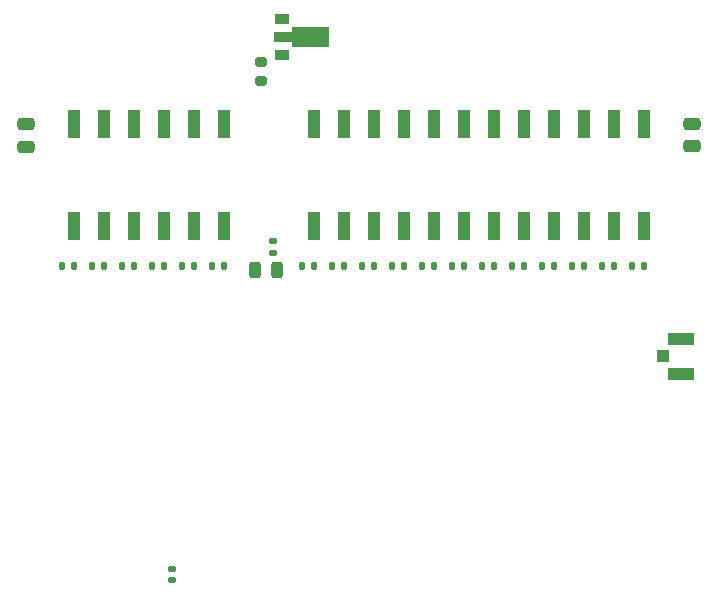
<source format=gbp>
%TF.GenerationSoftware,KiCad,Pcbnew,7.0.7*%
%TF.CreationDate,2023-11-28T10:24:48+01:00*%
%TF.ProjectId,wireless_Slave,77697265-6c65-4737-935f-536c6176652e,rev?*%
%TF.SameCoordinates,PXc751640PY92dda80*%
%TF.FileFunction,Paste,Bot*%
%TF.FilePolarity,Positive*%
%FSLAX46Y46*%
G04 Gerber Fmt 4.6, Leading zero omitted, Abs format (unit mm)*
G04 Created by KiCad (PCBNEW 7.0.7) date 2023-11-28 10:24:48*
%MOMM*%
%LPD*%
G01*
G04 APERTURE LIST*
G04 Aperture macros list*
%AMRoundRect*
0 Rectangle with rounded corners*
0 $1 Rounding radius*
0 $2 $3 $4 $5 $6 $7 $8 $9 X,Y pos of 4 corners*
0 Add a 4 corners polygon primitive as box body*
4,1,4,$2,$3,$4,$5,$6,$7,$8,$9,$2,$3,0*
0 Add four circle primitives for the rounded corners*
1,1,$1+$1,$2,$3*
1,1,$1+$1,$4,$5*
1,1,$1+$1,$6,$7*
1,1,$1+$1,$8,$9*
0 Add four rect primitives between the rounded corners*
20,1,$1+$1,$2,$3,$4,$5,0*
20,1,$1+$1,$4,$5,$6,$7,0*
20,1,$1+$1,$6,$7,$8,$9,0*
20,1,$1+$1,$8,$9,$2,$3,0*%
%AMFreePoly0*
4,1,9,3.862500,-0.866500,0.737500,-0.866500,0.737500,-0.450000,-0.737500,-0.450000,-0.737500,0.450000,0.737500,0.450000,0.737500,0.866500,3.862500,0.866500,3.862500,-0.866500,3.862500,-0.866500,$1*%
G04 Aperture macros list end*
%ADD10R,1.130000X2.440000*%
%ADD11R,1.050000X1.000000*%
%ADD12R,2.200000X1.050000*%
%ADD13RoundRect,0.200000X-0.275000X0.200000X-0.275000X-0.200000X0.275000X-0.200000X0.275000X0.200000X0*%
%ADD14RoundRect,0.135000X0.185000X-0.135000X0.185000X0.135000X-0.185000X0.135000X-0.185000X-0.135000X0*%
%ADD15R,1.300000X0.900000*%
%ADD16FreePoly0,0.000000*%
%ADD17RoundRect,0.243750X0.243750X0.456250X-0.243750X0.456250X-0.243750X-0.456250X0.243750X-0.456250X0*%
%ADD18RoundRect,0.250000X-0.475000X0.250000X-0.475000X-0.250000X0.475000X-0.250000X0.475000X0.250000X0*%
%ADD19RoundRect,0.135000X-0.135000X-0.185000X0.135000X-0.185000X0.135000X0.185000X-0.135000X0.185000X0*%
%ADD20RoundRect,0.140000X0.170000X-0.140000X0.170000X0.140000X-0.170000X0.140000X-0.170000X-0.140000X0*%
G04 APERTURE END LIST*
D10*
%TO.C,SW1*%
X19260000Y37005000D03*
X16720000Y37005000D03*
X14180000Y37005000D03*
X11640000Y37005000D03*
X9100000Y37005000D03*
X6560000Y37005000D03*
X19260000Y45605000D03*
X16720000Y45605000D03*
X14180000Y45605000D03*
X11640000Y45605000D03*
X9100000Y45605000D03*
X6560000Y45605000D03*
%TD*%
D11*
%TO.C,J6*%
X56445000Y25935000D03*
D12*
X57970000Y24460000D03*
X57970000Y27410000D03*
%TD*%
D13*
%TO.C,R34*%
X22420000Y50855000D03*
X22420000Y49205000D03*
%TD*%
D14*
%TO.C,R33*%
X23390000Y34690000D03*
X23390000Y35710000D03*
%TD*%
D15*
%TO.C,Q1*%
X24180000Y51470000D03*
D16*
X24267500Y52970000D03*
D15*
X24180000Y54470000D03*
%TD*%
D17*
%TO.C,D1*%
X23763690Y33205000D03*
X21888690Y33205000D03*
%TD*%
D18*
%TO.C,C26*%
X2490000Y45600000D03*
X2490000Y43700000D03*
%TD*%
%TO.C,C23*%
X58930000Y45610000D03*
X58930000Y43710000D03*
%TD*%
D10*
%TO.C,SW2*%
X54850000Y37000000D03*
X52310000Y37000000D03*
X49770000Y37000000D03*
X47230000Y37000000D03*
X44690000Y37000000D03*
X42150000Y37000000D03*
X39610000Y37000000D03*
X37070000Y37000000D03*
X34530000Y37000000D03*
X31990000Y37000000D03*
X29450000Y37000000D03*
X26910000Y37000000D03*
X54850000Y45610000D03*
X52310000Y45610000D03*
X49770000Y45610000D03*
X47230000Y45610000D03*
X44690000Y45610000D03*
X42150000Y45610000D03*
X39610000Y45610000D03*
X37070000Y45610000D03*
X34530000Y45610000D03*
X31990000Y45610000D03*
X29450000Y45610000D03*
X26910000Y45610000D03*
%TD*%
D19*
%TO.C,R23*%
X43690000Y33580000D03*
X44710000Y33580000D03*
%TD*%
%TO.C,R19*%
X53830000Y33580000D03*
X54850000Y33580000D03*
%TD*%
%TO.C,R25*%
X38590000Y33580000D03*
X39610000Y33580000D03*
%TD*%
%TO.C,R21*%
X48750000Y33580000D03*
X49770000Y33580000D03*
%TD*%
D20*
%TO.C,C22*%
X14920000Y6960000D03*
X14920000Y7920000D03*
%TD*%
D19*
%TO.C,R16*%
X10620000Y33580000D03*
X11640000Y33580000D03*
%TD*%
%TO.C,R15*%
X13160000Y33580000D03*
X14180000Y33580000D03*
%TD*%
%TO.C,R28*%
X30960000Y33580000D03*
X31980000Y33580000D03*
%TD*%
%TO.C,R18*%
X5540000Y33580000D03*
X6560000Y33580000D03*
%TD*%
%TO.C,R30*%
X25900000Y33580000D03*
X26920000Y33580000D03*
%TD*%
%TO.C,R13*%
X18240000Y33580000D03*
X19260000Y33580000D03*
%TD*%
%TO.C,R14*%
X15700000Y33580000D03*
X16720000Y33580000D03*
%TD*%
%TO.C,R17*%
X8080000Y33580000D03*
X9100000Y33580000D03*
%TD*%
%TO.C,R27*%
X33510000Y33580000D03*
X34530000Y33580000D03*
%TD*%
%TO.C,R22*%
X46210000Y33580000D03*
X47230000Y33580000D03*
%TD*%
%TO.C,R20*%
X51290000Y33580000D03*
X52310000Y33580000D03*
%TD*%
%TO.C,R29*%
X28430000Y33580000D03*
X29450000Y33580000D03*
%TD*%
%TO.C,R24*%
X41130000Y33580000D03*
X42150000Y33580000D03*
%TD*%
%TO.C,R26*%
X36050000Y33580000D03*
X37070000Y33580000D03*
%TD*%
M02*

</source>
